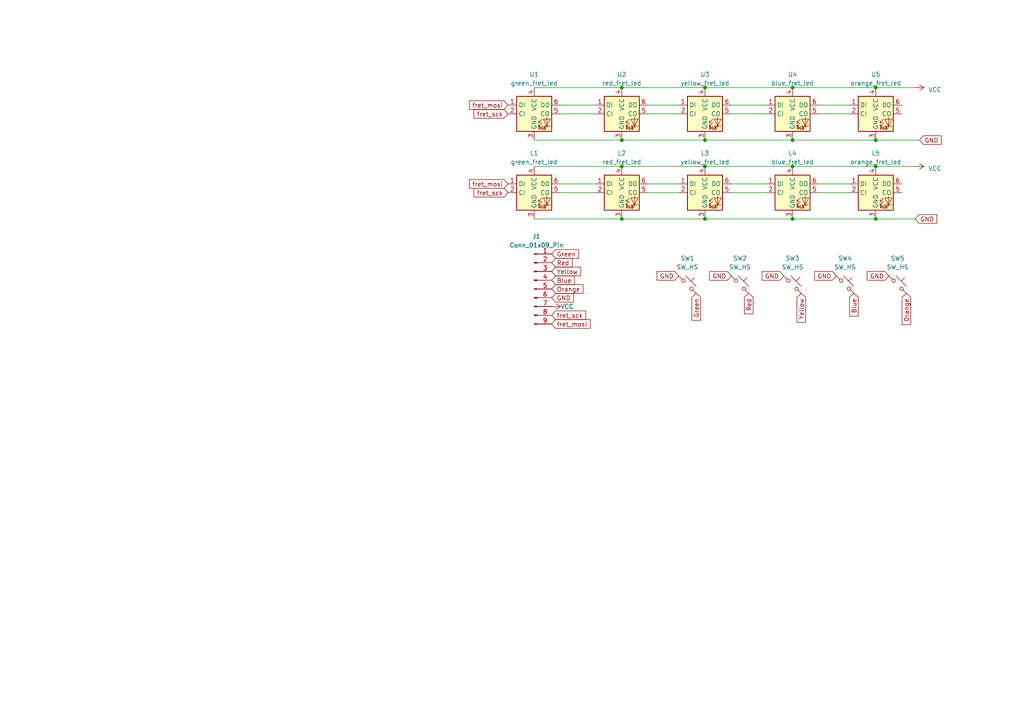
<source format=kicad_sch>
(kicad_sch (version 20230121) (generator eeschema)
  (paper "A4")
  (lib_symbols
    (symbol "Connector:Conn_01x09_Pin" (pin_names (offset 1.016) hide)
      (property "Reference" "J" (at 0 12.7 0))
      (property "Value" "Conn_01x09_Pin" (at 0 -12.7 0))
      (symbol "Conn_01x09_Pin_1_1"
        (polyline (pts (xy 1.27 -10.16) (xy 0.8636 -10.16)) (stroke (width 0.1524)))
        (polyline (pts (xy 1.27 -7.62) (xy 0.8636 -7.62)) (stroke (width 0.1524)))
        (polyline (pts (xy 1.27 -5.08) (xy 0.8636 -5.08)) (stroke (width 0.1524)))
        (polyline (pts (xy 1.27 -2.54) (xy 0.8636 -2.54)) (stroke (width 0.1524)))
        (polyline (pts (xy 1.27 0) (xy 0.8636 0)) (stroke (width 0.1524)))
        (polyline (pts (xy 1.27 2.54) (xy 0.8636 2.54)) (stroke (width 0.1524)))
        (polyline (pts (xy 1.27 5.08) (xy 0.8636 5.08)) (stroke (width 0.1524)))
        (polyline (pts (xy 1.27 7.62) (xy 0.8636 7.62)) (stroke (width 0.1524)))
        (polyline (pts (xy 1.27 10.16) (xy 0.8636 10.16)) (stroke (width 0.1524)))
        (rectangle (start 0.8636 -10.033) (end 0 -10.287) (stroke (width 0.1524)) (fill (type outline)))
        (rectangle (start 0.8636 -7.493) (end 0 -7.747) (stroke (width 0.1524)) (fill (type outline)))
        (rectangle (start 0.8636 -4.953) (end 0 -5.207) (stroke (width 0.1524)) (fill (type outline)))
        (rectangle (start 0.8636 -2.413) (end 0 -2.667) (stroke (width 0.1524)) (fill (type outline)))
        (rectangle (start 0.8636 0.127) (end 0 -0.127) (stroke (width 0.1524)) (fill (type outline)))
        (rectangle (start 0.8636 2.667) (end 0 2.413) (stroke (width 0.1524)) (fill (type outline)))
        (rectangle (start 0.8636 5.207) (end 0 4.953) (stroke (width 0.1524)) (fill (type outline)))
        (rectangle (start 0.8636 7.747) (end 0 7.493) (stroke (width 0.1524)) (fill (type outline)))
        (rectangle (start 0.8636 10.287) (end 0 10.033) (stroke (width 0.1524)) (fill (type outline)))
        (pin passive line (at 5.08 10.16 180) (length 3.81) (name "Pin_1") (number "1"))
        (pin passive line (at 5.08 7.62 180) (length 3.81) (name "Pin_2") (number "2"))
        (pin passive line (at 5.08 5.08 180) (length 3.81) (name "Pin_3") (number "3"))
        (pin passive line (at 5.08 2.54 180) (length 3.81) (name "Pin_4") (number "4"))
        (pin passive line (at 5.08 0 180) (length 3.81) (name "Pin_5") (number "5"))
        (pin passive line (at 5.08 -2.54 180) (length 3.81) (name "Pin_6") (number "6"))
        (pin passive line (at 5.08 -5.08 180) (length 3.81) (name "Pin_7") (number "7"))
        (pin passive line (at 5.08 -7.62 180) (length 3.81) (name "Pin_8") (number "8"))
        (pin passive line (at 5.08 -10.16 180) (length 3.81) (name "Pin_9") (number "9"))
      )
    )
    (symbol "LED:APA102"
      (property "Reference" "D" (at 5.08 5.715 0))
      (property "Value" "APA102" (at 1.27 -5.715 0))
      (symbol "APA102_0_0"
        (text "RGB" (at 2.286 -4.191 0) (effects (font (size 0.762 0.762))))
      )
      (symbol "APA102_0_1"
        (polyline (pts (xy 1.27 -3.556) (xy 1.778 -3.556)))
        (polyline (pts (xy 1.27 -2.54) (xy 1.778 -2.54)))
        (polyline (pts (xy 4.699 -3.556) (xy 2.667 -3.556)))
        (polyline (pts (xy 2.286 -2.54) (xy 1.27 -3.556) (xy 1.27 -3.048)))
        (polyline (pts (xy 2.286 -1.524) (xy 1.27 -2.54) (xy 1.27 -2.032)))
        (polyline (pts (xy 3.683 -1.016) (xy 3.683 -3.556) (xy 3.683 -4.064)))
        (polyline (pts (xy 4.699 -1.524) (xy 2.667 -1.524) (xy 3.683 -3.556) (xy 4.699 -1.524)))
        (rectangle (start 5.08 5.08) (end -5.08 -5.08) (stroke (width 0.254)) (fill (type background)))
      )
      (symbol "APA102_1_1"
        (pin input line (at -7.62 2.54 0) (length 2.54) (name "DI") (number "1"))
        (pin input line (at -7.62 0 0) (length 2.54) (name "CI") (number "2"))
        (pin power_in line (at 0 -7.62 90) (length 2.54) (name "GND") (number "3"))
        (pin power_in line (at 0 7.62 270) (length 2.54) (name "VCC") (number "4"))
        (pin output line (at 7.62 0 180) (length 2.54) (name "CO") (number "5"))
        (pin output line (at 7.62 2.54 180) (length 2.54) (name "DO") (number "6"))
      )
    )
    (symbol "marbastlib-mx:MX_SW_HS" (pin_numbers hide) (pin_names (offset 1.016) hide)
      (property "Reference" "SW" (at 3.048 1.016 0))
      (property "Value" "MX_SW_HS" (at 0 -3.81 0))
      (symbol "MX_SW_HS_0_1"
        (circle (center -1.1684 1.1684) (radius 0.508))
        (polyline (pts (xy -0.508 2.54) (xy 2.54 -0.508)))
        (polyline (pts (xy 1.016 1.016) (xy 2.032 2.032)))
        (polyline (pts (xy -2.54 2.54) (xy -1.524 1.524) (xy -1.524 1.524)))
        (polyline (pts (xy 1.524 -1.524) (xy 2.54 -2.54) (xy 2.54 -2.54) (xy 2.54 -2.54)))
        (circle (center 1.143 -1.1938) (radius 0.508))
        (pin passive line (at -2.54 2.54 0) (length 0) (name "1") (number "1"))
        (pin passive line (at 2.54 -2.54 180) (length 0) (name "2") (number "2"))
      )
    )
    (symbol "power:VCC" (power) (pin_names (offset 0))
      (property "Value" "VCC" (at 0 3.81 0))
      (symbol "VCC_0_1"
        (polyline (pts (xy -0.762 1.27) (xy 0 2.54)))
        (polyline (pts (xy 0 0) (xy 0 2.54)))
        (polyline (pts (xy 0 2.54) (xy 0.762 1.27)))
      )
      (symbol "VCC_1_1"
        (pin power_in line (at 0 0 90) (length 0) hide (name "VCC") (number "1"))
      )
    )
  )
  (junction (at 229.87 48.26))
  (junction (at 180.34 40.64))
  (junction (at 204.47 48.26))
  (junction (at 254 48.26))
  (junction (at 254 40.64))
  (junction (at 229.87 25.4))
  (junction (at 204.47 63.5))
  (junction (at 254 63.5))
  (junction (at 229.87 63.5))
  (junction (at 180.34 63.5))
  (junction (at 204.47 40.64))
  (junction (at 229.87 40.64))
  (junction (at 180.34 48.26))
  (junction (at 204.47 25.4))
  (junction (at 180.34 25.4))
  (junction (at 254 25.4))
  (wire (pts (xy 229.87 63.5) (xy 254 63.5)))
  (wire (pts (xy 212.09 55.88) (xy 222.25 55.88)))
  (wire (pts (xy 187.96 55.88) (xy 196.85 55.88)))
  (wire (pts (xy 162.56 55.88) (xy 172.72 55.88)))
  (wire (pts (xy 154.94 63.5) (xy 180.34 63.5)))
  (wire (pts (xy 254 48.26) (xy 265.43 48.26)))
  (wire (pts (xy 237.49 55.88) (xy 246.38 55.88)))
  (wire (pts (xy 254 63.5) (xy 265.43 63.5)))
  (wire (pts (xy 154.94 25.4) (xy 180.34 25.4)))
  (wire (pts (xy 212.09 53.34) (xy 222.25 53.34)))
  (wire (pts (xy 237.49 30.48) (xy 246.38 30.48)))
  (wire (pts (xy 254 40.64) (xy 266.7 40.64)))
  (wire (pts (xy 180.34 25.4) (xy 204.47 25.4)))
  (wire (pts (xy 187.96 33.02) (xy 196.85 33.02)))
  (wire (pts (xy 204.47 25.4) (xy 229.87 25.4)))
  (wire (pts (xy 237.49 33.02) (xy 246.38 33.02)))
  (wire (pts (xy 162.56 30.48) (xy 172.72 30.48)))
  (wire (pts (xy 229.87 40.64) (xy 254 40.64)))
  (wire (pts (xy 154.94 40.64) (xy 180.34 40.64)))
  (wire (pts (xy 180.34 40.64) (xy 204.47 40.64)))
  (wire (pts (xy 212.09 33.02) (xy 222.25 33.02)))
  (wire (pts (xy 254 25.4) (xy 265.43 25.4)))
  (wire (pts (xy 204.47 40.64) (xy 229.87 40.64)))
  (wire (pts (xy 154.94 48.26) (xy 180.34 48.26)))
  (wire (pts (xy 237.49 53.34) (xy 246.38 53.34)))
  (wire (pts (xy 212.09 30.48) (xy 222.25 30.48)))
  (wire (pts (xy 229.87 25.4) (xy 254 25.4)))
  (wire (pts (xy 204.47 48.26) (xy 229.87 48.26)))
  (wire (pts (xy 229.87 48.26) (xy 254 48.26)))
  (wire (pts (xy 162.56 53.34) (xy 172.72 53.34)))
  (wire (pts (xy 204.47 63.5) (xy 229.87 63.5)))
  (wire (pts (xy 187.96 30.48) (xy 196.85 30.48)))
  (wire (pts (xy 180.34 48.26) (xy 204.47 48.26)))
  (wire (pts (xy 187.96 53.34) (xy 196.85 53.34)))
  (wire (pts (xy 162.56 33.02) (xy 172.72 33.02)))
  (wire (pts (xy 180.34 63.5) (xy 204.47 63.5)))
  (global_label "fret_sck" (shape input) (at 160.02 91.44 0) (property "Intersheetrefs" "${INTERSHEET_REFS}" (effects hide)))
  (global_label "fret_sck" (shape input) (at 147.32 33.02 180) (property "Intersheetrefs" "${INTERSHEET_REFS}" (effects hide)))
  (global_label "Red" (shape input) (at 160.02 76.2 0) (property "Intersheetrefs" "${INTERSHEET_REFS}" (effects hide)))
  (global_label "Green" (shape input) (at 201.93 85.09 270) (property "Intersheetrefs" "${INTERSHEET_REFS}" (effects hide)))
  (global_label "fret_mosi" (shape input) (at 147.32 53.34 180) (property "Intersheetrefs" "${INTERSHEET_REFS}" (effects hide)))
  (global_label "fret_sck" (shape input) (at 147.32 55.88 180) (property "Intersheetrefs" "${INTERSHEET_REFS}" (effects hide)))
  (global_label "GND" (shape input) (at 265.43 63.5 0) (property "Intersheetrefs" "${INTERSHEET_REFS}" (effects hide)))
  (global_label "GND" (shape input) (at 242.57 80.01 180) (property "Intersheetrefs" "${INTERSHEET_REFS}" (effects hide)))
  (global_label "Blue" (shape input) (at 247.65 85.09 270) (property "Intersheetrefs" "${INTERSHEET_REFS}" (effects hide)))
  (global_label "Yellow" (shape input) (at 160.02 78.74 0) (property "Intersheetrefs" "${INTERSHEET_REFS}" (effects hide)))
  (global_label "GND" (shape input) (at 212.09 80.01 180) (property "Intersheetrefs" "${INTERSHEET_REFS}" (effects hide)))
  (global_label "Orange" (shape input) (at 160.02 83.82 0) (property "Intersheetrefs" "${INTERSHEET_REFS}" (effects hide)))
  (global_label "Red" (shape input) (at 217.17 85.09 270) (property "Intersheetrefs" "${INTERSHEET_REFS}" (effects hide)))
  (global_label "fret_mosi" (shape input) (at 160.02 93.98 0) (property "Intersheetrefs" "${INTERSHEET_REFS}" (effects hide)))
  (global_label "GND" (shape input) (at 266.7 40.64 0) (property "Intersheetrefs" "${INTERSHEET_REFS}" (effects hide)))
  (global_label "Orange" (shape input) (at 262.89 85.09 270) (property "Intersheetrefs" "${INTERSHEET_REFS}" (effects hide)))
  (global_label "GND" (shape input) (at 196.85 80.01 180) (property "Intersheetrefs" "${INTERSHEET_REFS}" (effects hide)))
  (global_label "GND" (shape input) (at 257.81 80.01 180) (property "Intersheetrefs" "${INTERSHEET_REFS}" (effects hide)))
  (global_label "Blue" (shape input) (at 160.02 81.28 0) (property "Intersheetrefs" "${INTERSHEET_REFS}" (effects hide)))
  (global_label "Yellow" (shape input) (at 232.41 85.09 270) (property "Intersheetrefs" "${INTERSHEET_REFS}" (effects hide)))
  (global_label "GND" (shape input) (at 227.33 80.01 180) (property "Intersheetrefs" "${INTERSHEET_REFS}" (effects hide)))
  (global_label "fret_mosi" (shape input) (at 147.32 30.48 180) (property "Intersheetrefs" "${INTERSHEET_REFS}" (effects hide)))
  (global_label "Green" (shape input) (at 160.02 73.66 0) (property "Intersheetrefs" "${INTERSHEET_REFS}" (effects hide)))
  (global_label "GND" (shape input) (at 160.02 86.36 0) (property "Intersheetrefs" "${INTERSHEET_REFS}" (effects hide)))
  (symbol (lib_id "marbastlib-mx:MX_SW_HS") (at 214.63 82.55 0) (unit 1)
    (property "Reference" "SW2" (at 214.63 74.93 0))
    (property "Value" "SW_HS" (at 214.63 77.47 0))
    (property "Footprint" "Minibar:Kailh_Hotswap_Choc" (effects hide))
  )
  (symbol (lib_id "LED:APA102") (at 204.47 55.88 0) (unit 1)
    (property "Reference" "L3" (at 204.47 44.45 0))
    (property "Value" "yellow_fret_led" (at 204.47 46.99 0))
    (property "Footprint" "LED_SMD:LED_RGB_5050-6" (effects hide))
    (property "Datasheet" "http://www.led-color.com/upload/201506/APA102%20LED.pdf" (effects hide))
  )
  (symbol (lib_id "power:VCC") (at 160.02 88.9 270) (unit 1)
    (property "Reference" "#PWR03" (effects hide))
    (property "Value" "VCC" (at 162.56 88.9 90) (effects (justify left)))
  )
  (symbol (lib_id "LED:APA102") (at 180.34 55.88 0) (unit 1)
    (property "Reference" "L2" (at 180.34 44.45 0))
    (property "Value" "red_fret_led" (at 180.34 46.99 0))
    (property "Footprint" "LED_SMD:LED_RGB_5050-6" (effects hide))
    (property "Datasheet" "http://www.led-color.com/upload/201506/APA102%20LED.pdf" (effects hide))
  )
  (symbol (lib_id "marbastlib-mx:MX_SW_HS") (at 260.35 82.55 0) (unit 1)
    (property "Reference" "SW5" (at 260.35 74.93 0))
    (property "Value" "SW_HS" (at 260.35 77.47 0))
    (property "Footprint" "Minibar:Kailh_Hotswap_Choc" (effects hide))
  )
  (symbol (lib_id "marbastlib-mx:MX_SW_HS") (at 245.11 82.55 0) (unit 1)
    (property "Reference" "SW4" (at 245.11 74.93 0))
    (property "Value" "SW_HS" (at 245.11 77.47 0))
    (property "Footprint" "Minibar:Kailh_Hotswap_Choc" (effects hide))
  )
  (symbol (lib_id "LED:APA102") (at 180.34 33.02 0) (unit 1)
    (property "Reference" "U2" (at 180.34 21.59 0))
    (property "Value" "red_fret_led" (at 180.34 24.13 0))
    (property "Footprint" "LED_SMD:LED_RGB_5050-6" (effects hide))
    (property "Datasheet" "http://www.led-color.com/upload/201506/APA102%20LED.pdf" (effects hide))
  )
  (symbol (lib_id "LED:APA102") (at 229.87 55.88 0) (unit 1)
    (property "Reference" "L4" (at 229.87 44.45 0))
    (property "Value" "blue_fret_led" (at 229.87 46.99 0))
    (property "Footprint" "LED_SMD:LED_RGB_5050-6" (effects hide))
    (property "Datasheet" "http://www.led-color.com/upload/201506/APA102%20LED.pdf" (effects hide))
  )
  (symbol (lib_id "LED:APA102") (at 204.47 33.02 0) (unit 1)
    (property "Reference" "U3" (at 204.47 21.59 0))
    (property "Value" "yellow_fret_led" (at 204.47 24.13 0))
    (property "Footprint" "LED_SMD:LED_RGB_5050-6" (effects hide))
    (property "Datasheet" "http://www.led-color.com/upload/201506/APA102%20LED.pdf" (effects hide))
  )
  (symbol (lib_id "LED:APA102") (at 229.87 33.02 0) (unit 1)
    (property "Reference" "U4" (at 229.87 21.59 0))
    (property "Value" "blue_fret_led" (at 229.87 24.13 0))
    (property "Footprint" "LED_SMD:LED_RGB_5050-6" (effects hide))
    (property "Datasheet" "http://www.led-color.com/upload/201506/APA102%20LED.pdf" (effects hide))
  )
  (symbol (lib_id "power:VCC") (at 265.43 25.4 270) (unit 1)
    (property "Reference" "#PWR02" (effects hide))
    (property "Value" "VCC" (at 269.24 26.035 90) (effects (justify left)))
  )
  (symbol (lib_id "marbastlib-mx:MX_SW_HS") (at 199.39 82.55 0) (unit 1)
    (property "Reference" "SW1" (at 199.39 74.93 0))
    (property "Value" "SW_HS" (at 199.39 77.47 0))
    (property "Footprint" "Minibar:Kailh_Hotswap_Choc" (effects hide))
  )
  (symbol (lib_id "LED:APA102") (at 154.94 33.02 0) (unit 1)
    (property "Reference" "U1" (at 154.94 21.59 0))
    (property "Value" "green_fret_led" (at 154.94 24.13 0))
    (property "Footprint" "LED_SMD:LED_RGB_5050-6" (effects hide))
    (property "Datasheet" "http://www.led-color.com/upload/201506/APA102%20LED.pdf" (effects hide))
  )
  (symbol (lib_id "marbastlib-mx:MX_SW_HS") (at 229.87 82.55 0) (unit 1)
    (property "Reference" "SW3" (at 229.87 74.93 0))
    (property "Value" "SW_HS" (at 229.87 77.47 0))
    (property "Footprint" "Minibar:Kailh_Hotswap_Choc" (effects hide))
  )
  (symbol (lib_id "LED:APA102") (at 254 33.02 0) (unit 1)
    (property "Reference" "U5" (at 254 21.59 0))
    (property "Value" "orange_fret_led" (at 254 24.13 0))
    (property "Footprint" "LED_SMD:LED_RGB_5050-6" (effects hide))
    (property "Datasheet" "http://www.led-color.com/upload/201506/APA102%20LED.pdf" (effects hide))
  )
  (symbol (lib_id "power:VCC") (at 265.43 48.26 270) (unit 1)
    (property "Reference" "#PWR01" (effects hide))
    (property "Value" "VCC" (at 269.24 48.895 90) (effects (justify left)))
  )
  (symbol (lib_id "Connector:Conn_01x09_Pin") (at 154.94 83.82 0) (unit 1)
    (property "Reference" "J1" (at 155.575 68.58 0))
    (property "Value" "Conn_01x09_Pin" (at 155.575 71.12 0))
    (property "Footprint" "Connector_PinHeader_2.54mm:PinHeader_1x09_P2.54mm_Vertical" (effects hide))
  )
  (symbol (lib_id "LED:APA102") (at 154.94 55.88 0) (unit 1)
    (property "Reference" "L1" (at 154.94 44.45 0))
    (property "Value" "green_fret_led" (at 154.94 46.99 0))
    (property "Footprint" "LED_SMD:LED_RGB_5050-6" (effects hide))
    (property "Datasheet" "http://www.led-color.com/upload/201506/APA102%20LED.pdf" (effects hide))
  )
  (symbol (lib_id "LED:APA102") (at 254 55.88 0) (unit 1)
    (property "Reference" "L5" (at 254 44.45 0))
    (property "Value" "orange_fret_led" (at 254 46.99 0))
    (property "Footprint" "LED_SMD:LED_RGB_5050-6" (effects hide))
    (property "Datasheet" "http://www.led-color.com/upload/201506/APA102%20LED.pdf" (effects hide))
  )
)
</source>
